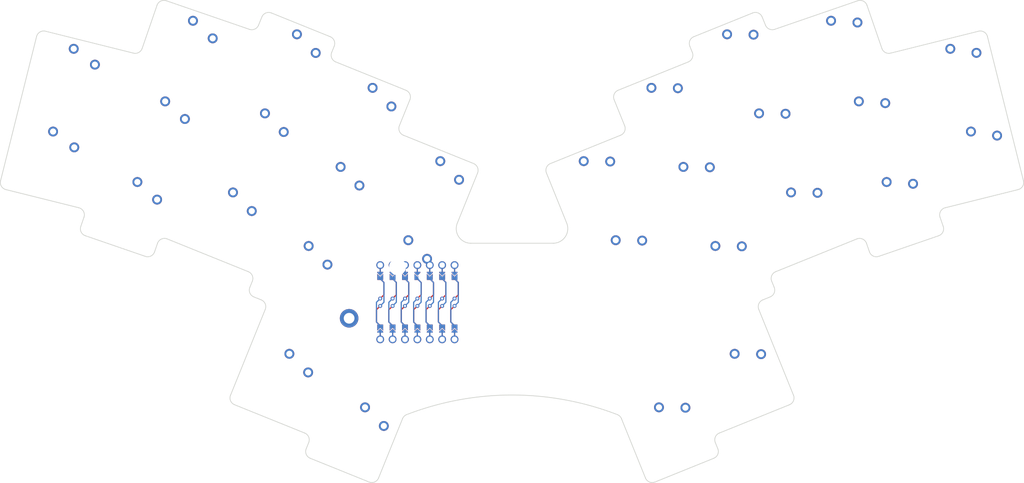
<source format=kicad_pcb>
(kicad_pcb (version 20171130) (host pcbnew 5.1.6)
  (title_block (title rufous) (rev 0.2) (company jcmkk3))
  (layers (0 F.Cu signal) (31 B.Cu signal) (34 B.Paste user) (35 F.Paste user) (36 B.SilkS user) (37 F.SilkS user) (38 B.Mask user) (39 F.Mask user) (44 Edge.Cuts user))
  (net 0 "")
  (net 1 "P2")
  (net 2 "P6")
  (net 3 "P0")
  (net 4 "P4")
  (net 5 "P3")
  (net 6 "P1")
  (net 7 "P5")
  (net 8 "P7")
  (net 9 "P8")
  (net 10 "P10")
  (net 11 "P9")
  (net 12 "VCC5")
  (net 13 "GND")
  (net 14 "VCC3")
  (net 15 "RST")
  (net 16 "RAW")
  (net 17 "NFC0")
  (net 18 "NFC1")
  (net 19 "CLK")
  (net 20 "DIO")
  (module PG1350 (layer F.Cu) (at 77.0710162 104.241587 -14)
    (fp_text reference "S1" hide)
    (fp_text value "" hide)
    (pad "" np_thru_hole circle (at 0 0) (size 3.429 3.429) (drill 3.429) (layers *.Cu *.Mask))
    (pad "" np_thru_hole circle (at 5.5 0) (size 1.7018 1.7018) (drill 1.7018) (layers *.Cu *.Mask))
    (pad "" np_thru_hole circle (at -5.5 0) (size 1.7018 1.7018) (drill 1.7018) (layers *.Cu *.Mask))
    (pad 1 thru_hole circle (at 5 -3.8) (size 2.032 2.032) (drill 1.27) (layers *.Cu *.Mask) (net 1 "P2"))
    (pad 2 thru_hole circle (at 0 -5.9) (size 2.032 2.032) (drill 1.27) (layers *.Cu *.Mask) (net 2 "P6"))
  )
  (module PG1350 (layer F.Cu) (at 81.3046494 87.2614118 -14)
    (fp_text reference "S2" hide)
    (fp_text value "" hide)
    (pad "" np_thru_hole circle (at 0 0) (size 3.429 3.429) (drill 3.429) (layers *.Cu *.Mask))
    (pad "" np_thru_hole circle (at 5.5 0) (size 1.7018 1.7018) (drill 1.7018) (layers *.Cu *.Mask))
    (pad "" np_thru_hole circle (at -5.5 0) (size 1.7018 1.7018) (drill 1.7018) (layers *.Cu *.Mask))
    (pad 1 thru_hole circle (at 5 -3.8) (size 2.032 2.032) (drill 1.27) (layers *.Cu *.Mask) (net 3 "P0"))
    (pad 2 thru_hole circle (at 0 -5.9) (size 2.032 2.032) (drill 1.27) (layers *.Cu *.Mask) (net 2 "P6"))
  )
  (module PG1350 (layer F.Cu) (at 93.8612149 114.4515319 -19)
    (fp_text reference "S3" hide)
    (fp_text value "" hide)
    (pad "" np_thru_hole circle (at 0 0) (size 3.429 3.429) (drill 3.429) (layers *.Cu *.Mask))
    (pad "" np_thru_hole circle (at 5.5 0) (size 1.7018 1.7018) (drill 1.7018) (layers *.Cu *.Mask))
    (pad "" np_thru_hole circle (at -5.5 0) (size 1.7018 1.7018) (drill 1.7018) (layers *.Cu *.Mask))
    (pad 1 thru_hole circle (at 5 -3.8) (size 2.032 2.032) (drill 1.27) (layers *.Cu *.Mask) (net 4 "P4"))
    (pad 2 thru_hole circle (at 0 -5.9) (size 2.032 2.032) (drill 1.27) (layers *.Cu *.Mask) (net 2 "P6"))
  )
  (module PG1350 (layer F.Cu) (at 99.5586576 97.9049568 -19)
    (fp_text reference "S4" hide)
    (fp_text value "" hide)
    (pad "" np_thru_hole circle (at 0 0) (size 3.429 3.429) (drill 3.429) (layers *.Cu *.Mask))
    (pad "" np_thru_hole circle (at 5.5 0) (size 1.7018 1.7018) (drill 1.7018) (layers *.Cu *.Mask))
    (pad "" np_thru_hole circle (at -5.5 0) (size 1.7018 1.7018) (drill 1.7018) (layers *.Cu *.Mask))
    (pad 1 thru_hole circle (at 5 -3.8) (size 2.032 2.032) (drill 1.27) (layers *.Cu *.Mask) (net 5 "P3"))
    (pad 2 thru_hole circle (at 0 -5.9) (size 2.032 2.032) (drill 1.27) (layers *.Cu *.Mask) (net 2 "P6"))
  )
  (module PG1350 (layer F.Cu) (at 105.2561003 81.3583817 -19)
    (fp_text reference "S5" hide)
    (fp_text value "" hide)
    (pad "" np_thru_hole circle (at 0 0) (size 3.429 3.429) (drill 3.429) (layers *.Cu *.Mask))
    (pad "" np_thru_hole circle (at 5.5 0) (size 1.7018 1.7018) (drill 1.7018) (layers *.Cu *.Mask))
    (pad "" np_thru_hole circle (at -5.5 0) (size 1.7018 1.7018) (drill 1.7018) (layers *.Cu *.Mask))
    (pad 1 thru_hole circle (at 5 -3.8) (size 2.032 2.032) (drill 1.27) (layers *.Cu *.Mask) (net 6 "P1"))
    (pad 2 thru_hole circle (at 0 -5.9) (size 2.032 2.032) (drill 1.27) (layers *.Cu *.Mask) (net 2 "P6"))
  )
  (module PG1350 (layer F.Cu) (at 113.1699768 116.4845767 -22)
    (fp_text reference "S6" hide)
    (fp_text value "" hide)
    (pad "" np_thru_hole circle (at 0 0) (size 3.429 3.429) (drill 3.429) (layers *.Cu *.Mask))
    (pad "" np_thru_hole circle (at 5.5 0) (size 1.7018 1.7018) (drill 1.7018) (layers *.Cu *.Mask))
    (pad "" np_thru_hole circle (at -5.5 0) (size 1.7018 1.7018) (drill 1.7018) (layers *.Cu *.Mask))
    (pad 1 thru_hole circle (at 5 -3.8) (size 2.032 2.032) (drill 1.27) (layers *.Cu *.Mask) (net 7 "P5"))
    (pad 2 thru_hole circle (at 0 -5.9) (size 2.032 2.032) (drill 1.27) (layers *.Cu *.Mask) (net 2 "P6"))
  )
  (module PG1350 (layer F.Cu) (at 119.7255922 100.2588592 -22)
    (fp_text reference "S7" hide)
    (fp_text value "" hide)
    (pad "" np_thru_hole circle (at 0 0) (size 3.429 3.429) (drill 3.429) (layers *.Cu *.Mask))
    (pad "" np_thru_hole circle (at 5.5 0) (size 1.7018 1.7018) (drill 1.7018) (layers *.Cu *.Mask))
    (pad "" np_thru_hole circle (at -5.5 0) (size 1.7018 1.7018) (drill 1.7018) (layers *.Cu *.Mask))
    (pad 1 thru_hole circle (at 5 -3.8) (size 2.032 2.032) (drill 1.27) (layers *.Cu *.Mask) (net 1 "P2"))
    (pad 2 thru_hole circle (at 0 -5.9) (size 2.032 2.032) (drill 1.27) (layers *.Cu *.Mask) (net 8 "P7"))
  )
  (module PG1350 (layer F.Cu) (at 126.2812076 84.0331418 -22)
    (fp_text reference "S8" hide)
    (fp_text value "" hide)
    (pad "" np_thru_hole circle (at 0 0) (size 3.429 3.429) (drill 3.429) (layers *.Cu *.Mask))
    (pad "" np_thru_hole circle (at 5.5 0) (size 1.7018 1.7018) (drill 1.7018) (layers *.Cu *.Mask))
    (pad "" np_thru_hole circle (at -5.5 0) (size 1.7018 1.7018) (drill 1.7018) (layers *.Cu *.Mask))
    (pad 1 thru_hole circle (at 5 -3.8) (size 2.032 2.032) (drill 1.27) (layers *.Cu *.Mask) (net 3 "P0"))
    (pad 2 thru_hole circle (at 0 -5.9) (size 2.032 2.032) (drill 1.27) (layers *.Cu *.Mask) (net 8 "P7"))
  )
  (module PG1350 (layer F.Cu) (at 128.6839742 127.4712281 -22)
    (fp_text reference "S9" hide)
    (fp_text value "" hide)
    (pad "" np_thru_hole circle (at 0 0) (size 3.429 3.429) (drill 3.429) (layers *.Cu *.Mask))
    (pad "" np_thru_hole circle (at 5.5 0) (size 1.7018 1.7018) (drill 1.7018) (layers *.Cu *.Mask))
    (pad "" np_thru_hole circle (at -5.5 0) (size 1.7018 1.7018) (drill 1.7018) (layers *.Cu *.Mask))
    (pad 1 thru_hole circle (at 5 -3.8) (size 2.032 2.032) (drill 1.27) (layers *.Cu *.Mask) (net 4 "P4"))
    (pad 2 thru_hole circle (at 0 -5.9) (size 2.032 2.032) (drill 1.27) (layers *.Cu *.Mask) (net 8 "P7"))
  )
  (module PG1350 (layer F.Cu) (at 135.2395897 111.2455107 -22)
    (fp_text reference "S10" hide)
    (fp_text value "" hide)
    (pad "" np_thru_hole circle (at 0 0) (size 3.429 3.429) (drill 3.429) (layers *.Cu *.Mask))
    (pad "" np_thru_hole circle (at 5.5 0) (size 1.7018 1.7018) (drill 1.7018) (layers *.Cu *.Mask))
    (pad "" np_thru_hole circle (at -5.5 0) (size 1.7018 1.7018) (drill 1.7018) (layers *.Cu *.Mask))
    (pad 1 thru_hole circle (at 5 -3.8) (size 2.032 2.032) (drill 1.27) (layers *.Cu *.Mask) (net 5 "P3"))
    (pad 2 thru_hole circle (at 0 -5.9) (size 2.032 2.032) (drill 1.27) (layers *.Cu *.Mask) (net 8 "P7"))
  )
  (module PG1350 (layer F.Cu) (at 141.7952051 95.0197932 -22)
    (fp_text reference "S11" hide)
    (fp_text value "" hide)
    (pad "" np_thru_hole circle (at 0 0) (size 3.429 3.429) (drill 3.429) (layers *.Cu *.Mask))
    (pad "" np_thru_hole circle (at 5.5 0) (size 1.7018 1.7018) (drill 1.7018) (layers *.Cu *.Mask))
    (pad "" np_thru_hole circle (at -5.5 0) (size 1.7018 1.7018) (drill 1.7018) (layers *.Cu *.Mask))
    (pad 1 thru_hole circle (at 5 -3.8) (size 2.032 2.032) (drill 1.27) (layers *.Cu *.Mask) (net 6 "P1"))
    (pad 2 thru_hole circle (at 0 -5.9) (size 2.032 2.032) (drill 1.27) (layers *.Cu *.Mask) (net 8 "P7"))
  )
  (module PG1350 (layer F.Cu) (at 149.1146833 126.2885913 -22)
    (fp_text reference "S12" hide)
    (fp_text value "" hide)
    (pad "" np_thru_hole circle (at 0 0) (size 3.429 3.429) (drill 3.429) (layers *.Cu *.Mask))
    (pad "" np_thru_hole circle (at 5.5 0) (size 1.7018 1.7018) (drill 1.7018) (layers *.Cu *.Mask))
    (pad "" np_thru_hole circle (at -5.5 0) (size 1.7018 1.7018) (drill 1.7018) (layers *.Cu *.Mask))
    (pad 1 thru_hole circle (at 5 -3.8) (size 2.032 2.032) (drill 1.27) (layers *.Cu *.Mask) (net 1 "P2"))
    (pad 2 thru_hole circle (at 0 -5.9) (size 2.032 2.032) (drill 1.27) (layers *.Cu *.Mask) (net 9 "P8"))
  )
  (module PG1350 (layer F.Cu) (at 155.6702987 110.0628739 -22)
    (fp_text reference "S13" hide)
    (fp_text value "" hide)
    (pad "" np_thru_hole circle (at 0 0) (size 3.429 3.429) (drill 3.429) (layers *.Cu *.Mask))
    (pad "" np_thru_hole circle (at 5.5 0) (size 1.7018 1.7018) (drill 1.7018) (layers *.Cu *.Mask))
    (pad "" np_thru_hole circle (at -5.5 0) (size 1.7018 1.7018) (drill 1.7018) (layers *.Cu *.Mask))
    (pad 1 thru_hole circle (at 5 -3.8) (size 2.032 2.032) (drill 1.27) (layers *.Cu *.Mask) (net 3 "P0"))
    (pad 2 thru_hole circle (at 0 -5.9) (size 2.032 2.032) (drill 1.27) (layers *.Cu *.Mask) (net 9 "P8"))
  )
  (module PG1350 (layer F.Cu) (at 268.0982283999999 104.241587 14)
    (fp_text reference "S14" hide)
    (fp_text value "" hide)
    (pad "" np_thru_hole circle (at 0 0) (size 3.429 3.429) (drill 3.429) (layers *.Cu *.Mask))
    (pad "" np_thru_hole circle (at 5.5 0) (size 1.7018 1.7018) (drill 1.7018) (layers *.Cu *.Mask))
    (pad "" np_thru_hole circle (at -5.5 0) (size 1.7018 1.7018) (drill 1.7018) (layers *.Cu *.Mask))
    (pad 1 thru_hole circle (at 5 -3.8) (size 2.032 2.032) (drill 1.27) (layers *.Cu *.Mask) (net 5 "P3"))
    (pad 2 thru_hole circle (at 0 -5.9) (size 2.032 2.032) (drill 1.27) (layers *.Cu *.Mask) (net 10 "P10"))
  )
  (module PG1350 (layer F.Cu) (at 263.86459519999994 87.2614118 14)
    (fp_text reference "S15" hide)
    (fp_text value "" hide)
    (pad "" np_thru_hole circle (at 0 0) (size 3.429 3.429) (drill 3.429) (layers *.Cu *.Mask))
    (pad "" np_thru_hole circle (at 5.5 0) (size 1.7018 1.7018) (drill 1.7018) (layers *.Cu *.Mask))
    (pad "" np_thru_hole circle (at -5.5 0) (size 1.7018 1.7018) (drill 1.7018) (layers *.Cu *.Mask))
    (pad 1 thru_hole circle (at 5 -3.8) (size 2.032 2.032) (drill 1.27) (layers *.Cu *.Mask) (net 6 "P1"))
    (pad 2 thru_hole circle (at 0 -5.9) (size 2.032 2.032) (drill 1.27) (layers *.Cu *.Mask) (net 10 "P10"))
  )
  (module PG1350 (layer F.Cu) (at 251.30802969999996 114.4515319 19)
    (fp_text reference "S16" hide)
    (fp_text value "" hide)
    (pad "" np_thru_hole circle (at 0 0) (size 3.429 3.429) (drill 3.429) (layers *.Cu *.Mask))
    (pad "" np_thru_hole circle (at 5.5 0) (size 1.7018 1.7018) (drill 1.7018) (layers *.Cu *.Mask))
    (pad "" np_thru_hole circle (at -5.5 0) (size 1.7018 1.7018) (drill 1.7018) (layers *.Cu *.Mask))
    (pad 1 thru_hole circle (at 5 -3.8) (size 2.032 2.032) (drill 1.27) (layers *.Cu *.Mask) (net 7 "P5"))
    (pad 2 thru_hole circle (at 0 -5.9) (size 2.032 2.032) (drill 1.27) (layers *.Cu *.Mask) (net 11 "P9"))
  )
  (module PG1350 (layer F.Cu) (at 245.61058699999995 97.9049568 19)
    (fp_text reference "S17" hide)
    (fp_text value "" hide)
    (pad "" np_thru_hole circle (at 0 0) (size 3.429 3.429) (drill 3.429) (layers *.Cu *.Mask))
    (pad "" np_thru_hole circle (at 5.5 0) (size 1.7018 1.7018) (drill 1.7018) (layers *.Cu *.Mask))
    (pad "" np_thru_hole circle (at -5.5 0) (size 1.7018 1.7018) (drill 1.7018) (layers *.Cu *.Mask))
    (pad 1 thru_hole circle (at 5 -3.8) (size 2.032 2.032) (drill 1.27) (layers *.Cu *.Mask) (net 1 "P2"))
    (pad 2 thru_hole circle (at 0 -5.9) (size 2.032 2.032) (drill 1.27) (layers *.Cu *.Mask) (net 10 "P10"))
  )
  (module PG1350 (layer F.Cu) (at 239.91314429999994 81.3583817 19)
    (fp_text reference "S18" hide)
    (fp_text value "" hide)
    (pad "" np_thru_hole circle (at 0 0) (size 3.429 3.429) (drill 3.429) (layers *.Cu *.Mask))
    (pad "" np_thru_hole circle (at 5.5 0) (size 1.7018 1.7018) (drill 1.7018) (layers *.Cu *.Mask))
    (pad "" np_thru_hole circle (at -5.5 0) (size 1.7018 1.7018) (drill 1.7018) (layers *.Cu *.Mask))
    (pad 1 thru_hole circle (at 5 -3.8) (size 2.032 2.032) (drill 1.27) (layers *.Cu *.Mask) (net 3 "P0"))
    (pad 2 thru_hole circle (at 0 -5.9) (size 2.032 2.032) (drill 1.27) (layers *.Cu *.Mask) (net 10 "P10"))
  )
  (module PG1350 (layer F.Cu) (at 231.99926779999996 116.4845767 22)
    (fp_text reference "S19" hide)
    (fp_text value "" hide)
    (pad "" np_thru_hole circle (at 0 0) (size 3.429 3.429) (drill 3.429) (layers *.Cu *.Mask))
    (pad "" np_thru_hole circle (at 5.5 0) (size 1.7018 1.7018) (drill 1.7018) (layers *.Cu *.Mask))
    (pad "" np_thru_hole circle (at -5.5 0) (size 1.7018 1.7018) (drill 1.7018) (layers *.Cu *.Mask))
    (pad 1 thru_hole circle (at 5 -3.8) (size 2.032 2.032) (drill 1.27) (layers *.Cu *.Mask) (net 4 "P4"))
    (pad 2 thru_hole circle (at 0 -5.9) (size 2.032 2.032) (drill 1.27) (layers *.Cu *.Mask) (net 11 "P9"))
  )
  (module PG1350 (layer F.Cu) (at 225.44365239999996 100.2588592 22)
    (fp_text reference "S20" hide)
    (fp_text value "" hide)
    (pad "" np_thru_hole circle (at 0 0) (size 3.429 3.429) (drill 3.429) (layers *.Cu *.Mask))
    (pad "" np_thru_hole circle (at 5.5 0) (size 1.7018 1.7018) (drill 1.7018) (layers *.Cu *.Mask))
    (pad "" np_thru_hole circle (at -5.5 0) (size 1.7018 1.7018) (drill 1.7018) (layers *.Cu *.Mask))
    (pad 1 thru_hole circle (at 5 -3.8) (size 2.032 2.032) (drill 1.27) (layers *.Cu *.Mask) (net 5 "P3"))
    (pad 2 thru_hole circle (at 0 -5.9) (size 2.032 2.032) (drill 1.27) (layers *.Cu *.Mask) (net 11 "P9"))
  )
  (module PG1350 (layer F.Cu) (at 218.88803699999994 84.0331418 22)
    (fp_text reference "S21" hide)
    (fp_text value "" hide)
    (pad "" np_thru_hole circle (at 0 0) (size 3.429 3.429) (drill 3.429) (layers *.Cu *.Mask))
    (pad "" np_thru_hole circle (at 5.5 0) (size 1.7018 1.7018) (drill 1.7018) (layers *.Cu *.Mask))
    (pad "" np_thru_hole circle (at -5.5 0) (size 1.7018 1.7018) (drill 1.7018) (layers *.Cu *.Mask))
    (pad 1 thru_hole circle (at 5 -3.8) (size 2.032 2.032) (drill 1.27) (layers *.Cu *.Mask) (net 6 "P1"))
    (pad 2 thru_hole circle (at 0 -5.9) (size 2.032 2.032) (drill 1.27) (layers *.Cu *.Mask) (net 11 "P9"))
  )
  (module PG1350 (layer F.Cu) (at 216.48527039999996 127.4712281 22)
    (fp_text reference "S22" hide)
    (fp_text value "" hide)
    (pad "" np_thru_hole circle (at 0 0) (size 3.429 3.429) (drill 3.429) (layers *.Cu *.Mask))
    (pad "" np_thru_hole circle (at 5.5 0) (size 1.7018 1.7018) (drill 1.7018) (layers *.Cu *.Mask))
    (pad "" np_thru_hole circle (at -5.5 0) (size 1.7018 1.7018) (drill 1.7018) (layers *.Cu *.Mask))
    (pad 1 thru_hole circle (at 5 -3.8) (size 2.032 2.032) (drill 1.27) (layers *.Cu *.Mask) (net 7 "P5"))
    (pad 2 thru_hole circle (at 0 -5.9) (size 2.032 2.032) (drill 1.27) (layers *.Cu *.Mask) (net 9 "P8"))
  )
  (module PG1350 (layer F.Cu) (at 209.92965489999995 111.2455107 22)
    (fp_text reference "S23" hide)
    (fp_text value "" hide)
    (pad "" np_thru_hole circle (at 0 0) (size 3.429 3.429) (drill 3.429) (layers *.Cu *.Mask))
    (pad "" np_thru_hole circle (at 5.5 0) (size 1.7018 1.7018) (drill 1.7018) (layers *.Cu *.Mask))
    (pad "" np_thru_hole circle (at -5.5 0) (size 1.7018 1.7018) (drill 1.7018) (layers *.Cu *.Mask))
    (pad 1 thru_hole circle (at 5 -3.8) (size 2.032 2.032) (drill 1.27) (layers *.Cu *.Mask) (net 1 "P2"))
    (pad 2 thru_hole circle (at 0 -5.9) (size 2.032 2.032) (drill 1.27) (layers *.Cu *.Mask) (net 11 "P9"))
  )
  (module PG1350 (layer F.Cu) (at 203.37403949999995 95.0197932 22)
    (fp_text reference "S24" hide)
    (fp_text value "" hide)
    (pad "" np_thru_hole circle (at 0 0) (size 3.429 3.429) (drill 3.429) (layers *.Cu *.Mask))
    (pad "" np_thru_hole circle (at 5.5 0) (size 1.7018 1.7018) (drill 1.7018) (layers *.Cu *.Mask))
    (pad "" np_thru_hole circle (at -5.5 0) (size 1.7018 1.7018) (drill 1.7018) (layers *.Cu *.Mask))
    (pad 1 thru_hole circle (at 5 -3.8) (size 2.032 2.032) (drill 1.27) (layers *.Cu *.Mask) (net 3 "P0"))
    (pad 2 thru_hole circle (at 0 -5.9) (size 2.032 2.032) (drill 1.27) (layers *.Cu *.Mask) (net 11 "P9"))
  )
  (module PG1350 (layer F.Cu) (at 196.05456129999996 126.2885913 22)
    (fp_text reference "S25" hide)
    (fp_text value "" hide)
    (pad "" np_thru_hole circle (at 0 0) (size 3.429 3.429) (drill 3.429) (layers *.Cu *.Mask))
    (pad "" np_thru_hole circle (at 5.5 0) (size 1.7018 1.7018) (drill 1.7018) (layers *.Cu *.Mask))
    (pad "" np_thru_hole circle (at -5.5 0) (size 1.7018 1.7018) (drill 1.7018) (layers *.Cu *.Mask))
    (pad 1 thru_hole circle (at 5 -3.8) (size 2.032 2.032) (drill 1.27) (layers *.Cu *.Mask) (net 5 "P3"))
    (pad 2 thru_hole circle (at 0 -5.9) (size 2.032 2.032) (drill 1.27) (layers *.Cu *.Mask) (net 9 "P8"))
  )
  (module PG1350 (layer F.Cu) (at 189.49894589999997 110.0628739 22)
    (fp_text reference "S26" hide)
    (fp_text value "" hide)
    (pad "" np_thru_hole circle (at 0 0) (size 3.429 3.429) (drill 3.429) (layers *.Cu *.Mask))
    (pad "" np_thru_hole circle (at 5.5 0) (size 1.7018 1.7018) (drill 1.7018) (layers *.Cu *.Mask))
    (pad "" np_thru_hole circle (at -5.5 0) (size 1.7018 1.7018) (drill 1.7018) (layers *.Cu *.Mask))
    (pad 1 thru_hole circle (at 5 -3.8) (size 2.032 2.032) (drill 1.27) (layers *.Cu *.Mask) (net 6 "P1"))
    (pad 2 thru_hole circle (at 0 -5.9) (size 2.032 2.032) (drill 1.27) (layers *.Cu *.Mask) (net 9 "P8"))
  )
  (module PG1350 (layer F.Cu) (at 124.73085449999999 149.60182840000002 -22)
    (fp_text reference "S27" hide)
    (fp_text value "" hide)
    (pad "" np_thru_hole circle (at 0 0) (size 3.429 3.429) (drill 3.429) (layers *.Cu *.Mask))
    (pad "" np_thru_hole circle (at 5.5 0) (size 1.7018 1.7018) (drill 1.7018) (layers *.Cu *.Mask))
    (pad "" np_thru_hole circle (at -5.5 0) (size 1.7018 1.7018) (drill 1.7018) (layers *.Cu *.Mask))
    (pad 1 thru_hole circle (at 5 -3.8) (size 2.032 2.032) (drill 1.27) (layers *.Cu *.Mask) (net 7 "P5"))
    (pad 2 thru_hole circle (at 0 -5.9) (size 2.032 2.032) (drill 1.27) (layers *.Cu *.Mask) (net 8 "P7"))
  )
  (module PG1350 (layer F.Cu) (at 140.24485199999998 160.58847970000002 -22)
    (fp_text reference "S28" hide)
    (fp_text value "" hide)
    (pad "" np_thru_hole circle (at 0 0) (size 3.429 3.429) (drill 3.429) (layers *.Cu *.Mask))
    (pad "" np_thru_hole circle (at 5.5 0) (size 1.7018 1.7018) (drill 1.7018) (layers *.Cu *.Mask))
    (pad "" np_thru_hole circle (at -5.5 0) (size 1.7018 1.7018) (drill 1.7018) (layers *.Cu *.Mask))
    (pad 1 thru_hole circle (at 5 -3.8) (size 2.032 2.032) (drill 1.27) (layers *.Cu *.Mask) (net 4 "P4"))
    (pad 2 thru_hole circle (at 0 -5.9) (size 2.032 2.032) (drill 1.27) (layers *.Cu *.Mask) (net 9 "P8"))
  )
  (module PG1350 (layer F.Cu) (at 220.43839009999996 149.60182840000002 22)
    (fp_text reference "S29" hide)
    (fp_text value "" hide)
    (pad "" np_thru_hole circle (at 0 0) (size 3.429 3.429) (drill 3.429) (layers *.Cu *.Mask))
    (pad "" np_thru_hole circle (at 5.5 0) (size 1.7018 1.7018) (drill 1.7018) (layers *.Cu *.Mask))
    (pad "" np_thru_hole circle (at -5.5 0) (size 1.7018 1.7018) (drill 1.7018) (layers *.Cu *.Mask))
    (pad 1 thru_hole circle (at 5 -3.8) (size 2.032 2.032) (drill 1.27) (layers *.Cu *.Mask) (net 4 "P4"))
    (pad 2 thru_hole circle (at 0 -5.9) (size 2.032 2.032) (drill 1.27) (layers *.Cu *.Mask) (net 10 "P10"))
  )
  (module PG1350 (layer F.Cu) (at 204.92439259999998 160.58847970000002 22)
    (fp_text reference "S30" hide)
    (fp_text value "" hide)
    (pad "" np_thru_hole circle (at 0 0) (size 3.429 3.429) (drill 3.429) (layers *.Cu *.Mask))
    (pad "" np_thru_hole circle (at 5.5 0) (size 1.7018 1.7018) (drill 1.7018) (layers *.Cu *.Mask))
    (pad "" np_thru_hole circle (at -5.5 0) (size 1.7018 1.7018) (drill 1.7018) (layers *.Cu *.Mask))
    (pad 1 thru_hole circle (at 5 -3.8) (size 2.032 2.032) (drill 1.27) (layers *.Cu *.Mask) (net 7 "P5"))
    (pad 2 thru_hole circle (at 0 -5.9) (size 2.032 2.032) (drill 1.27) (layers *.Cu *.Mask) (net 10 "P10"))
  )
  (footprint "xiao-ble" (layer "F.Cu") (at 163.68462229999997 142.4378739 0)
    (fp_text reference "xiao-ble1" hide)
    (fp_text value "ProMicro" hide)
    (pad "" thru_hole circle (at -18.12 -16.51 0) (size 1.6 1.6) (drill 1.1) (layers "*.Cu" "*.Mask"))
    (pad "" smd custom (at -18.12 -15.24 0) (size 0.25 1) (layers "F.Cu") (options (clearance outline) (anchor rect)) (primitives))
    (pad "" smd custom (at -18.12 -15.24 0) (size 0.25 1) (layers "B.Cu") (options (clearance outline) (anchor rect)) (primitives))
    (pad "" smd custom (at -18.12 -14.732 0) (size 0.1 0.1) (layers "F.Cu" "F.Mask") (clearance 0.1) (options (clearance outline) (anchor rect)) (primitives (gr_poly (pts (xy 0.6 -0.4) (xy -0.6 -0.4) (xy -0.6 -0.2) (xy 0 0.4) (xy 0.6 -0.2)) (width 0) (fill yes))))
    (pad "" smd custom (at -18.12 -14.732 0) (size 0.1 0.1) (layers "B.Cu" "B.Mask") (clearance 0.1) (options (clearance outline) (anchor rect)) (primitives (gr_poly (pts (xy 0.6 -0.4) (xy -0.6 -0.4) (xy -0.6 -0.2) (xy 0 0.4) (xy 0.6 -0.2)) (width 0) (fill yes))))
    (pad "" smd custom (at -18.12 -3.048 180) (size 0.1 0.1) (layers "F.Cu" "F.Mask") (clearance 0.1) (options (clearance outline) (anchor rect)) (primitives (gr_poly (pts (xy 0.6 -0.4) (xy -0.6 -0.4) (xy -0.6 -0.2) (xy 0 0.4) (xy 0.6 -0.2)) (width 0) (fill yes))))
    (pad "" smd custom (at -18.12 -3.048 180) (size 0.1 0.1) (layers "B.Cu" "B.Mask") (clearance 0.1) (options (clearance outline) (anchor rect)) (primitives (gr_poly (pts (xy 0.6 -0.4) (xy -0.6 -0.4) (xy -0.6 -0.2) (xy 0 0.4) (xy 0.6 -0.2)) (width 0) (fill yes))))
    (pad "" smd custom (at -18.12 -2.54 180) (size 0.25 1) (layers "F.Cu") (options (clearance outline) (anchor rect)) (primitives))
    (pad "" smd custom (at -18.12 -2.54 180) (size 0.25 1) (layers "B.Cu") (options (clearance outline) (anchor rect)) (primitives))
    (pad "" thru_hole circle (at -18.12 -1.27 0) (size 1.6 1.6) (drill 1.1) (layers "*.Cu" "*.Mask"))
    (pad "" thru_hole circle (at -15.58 -16.51 0) (size 1.6 1.6) (drill 1.1) (layers "*.Cu" "*.Mask"))
    (pad "" smd custom (at -15.58 -15.24 0) (size 0.25 1) (layers "F.Cu") (options (clearance outline) (anchor rect)) (primitives))
    (pad "" smd custom (at -15.58 -15.24 0) (size 0.25 1) (layers "B.Cu") (options (clearance outline) (anchor rect)) (primitives))
    (pad "" smd custom (at -15.58 -14.732 0) (size 0.1 0.1) (layers "F.Cu" "F.Mask") (clearance 0.1) (options (clearance outline) (anchor rect)) (primitives (gr_poly (pts (xy 0.6 -0.4) (xy -0.6 -0.4) (xy -0.6 -0.2) (xy 0 0.4) (xy 0.6 -0.2)) (width 0) (fill yes))))
    (pad "" smd custom (at -15.58 -14.732 0) (size 0.1 0.1) (layers "B.Cu" "B.Mask") (clearance 0.1) (options (clearance outline) (anchor rect)) (primitives (gr_poly (pts (xy 0.6 -0.4) (xy -0.6 -0.4) (xy -0.6 -0.2) (xy 0 0.4) (xy 0.6 -0.2)) (width 0) (fill yes))))
    (pad "" smd custom (at -15.58 -3.048 180) (size 0.1 0.1) (layers "F.Cu" "F.Mask") (clearance 0.1) (options (clearance outline) (anchor rect)) (primitives (gr_poly (pts (xy 0.6 -0.4) (xy -0.6 -0.4) (xy -0.6 -0.2) (xy 0 0.4) (xy 0.6 -0.2)) (width 0) (fill yes))))
    (pad "" smd custom (at -15.58 -3.048 180) (size 0.1 0.1) (layers "B.Cu" "B.Mask") (clearance 0.1) (options (clearance outline) (anchor rect)) (primitives (gr_poly (pts (xy 0.6 -0.4) (xy -0.6 -0.4) (xy -0.6 -0.2) (xy 0 0.4) (xy 0.6 -0.2)) (width 0) (fill yes))))
    (pad "" smd custom (at -15.58 -2.54 180) (size 0.25 1) (layers "F.Cu") (options (clearance outline) (anchor rect)) (primitives))
    (pad "" smd custom (at -15.58 -2.54 180) (size 0.25 1) (layers "B.Cu") (options (clearance outline) (anchor rect)) (primitives))
    (pad "" thru_hole circle (at -15.58 -1.27 0) (size 1.6 1.6) (drill 1.1) (layers "*.Cu" "*.Mask"))
    (pad "" thru_hole circle (at -13.04 -16.51 0) (size 1.6 1.6) (drill 1.1) (layers "*.Cu" "*.Mask"))
    (pad "" smd custom (at -13.04 -15.24 0) (size 0.25 1) (layers "F.Cu") (options (clearance outline) (anchor rect)) (primitives))
    (pad "" smd custom (at -13.04 -15.24 0) (size 0.25 1) (layers "B.Cu") (options (clearance outline) (anchor rect)) (primitives))
    (pad "" smd custom (at -13.04 -14.732 0) (size 0.1 0.1) (layers "F.Cu" "F.Mask") (clearance 0.1) (options (clearance outline) (anchor rect)) (primitives (gr_poly (pts (xy 0.6 -0.4) (xy -0.6 -0.4) (xy -0.6 -0.2) (xy 0 0.4) (xy 0.6 -0.2)) (width 0) (fill yes))))
    (pad "" smd custom (at -13.04 -14.732 0) (size 0.1 0.1) (layers "B.Cu" "B.Mask") (clearance 0.1) (options (clearance outline) (anchor rect)) (primitives (gr_poly (pts (xy 0.6 -0.4) (xy -0.6 -0.4) (xy -0.6 -0.2) (xy 0 0.4) (xy 0.6 -0.2)) (width 0) (fill yes))))
    (pad "" smd custom (at -13.04 -3.048 180) (size 0.1 0.1) (layers "F.Cu" "F.Mask") (clearance 0.1) (options (clearance outline) (anchor rect)) (primitives (gr_poly (pts (xy 0.6 -0.4) (xy -0.6 -0.4) (xy -0.6 -0.2) (xy 0 0.4) (xy 0.6 -0.2)) (width 0) (fill yes))))
    (pad "" smd custom (at -13.04 -3.048 180) (size 0.1 0.1) (layers "B.Cu" "B.Mask") (clearance 0.1) (options (clearance outline) (anchor rect)) (primitives (gr_poly (pts (xy 0.6 -0.4) (xy -0.6 -0.4) (xy -0.6 -0.2) (xy 0 0.4) (xy 0.6 -0.2)) (width 0) (fill yes))))
    (pad "" smd custom (at -13.04 -2.54 180) (size 0.25 1) (layers "F.Cu") (options (clearance outline) (anchor rect)) (primitives))
    (pad "" smd custom (at -13.04 -2.54 180) (size 0.25 1) (layers "B.Cu") (options (clearance outline) (anchor rect)) (primitives))
    (pad "" thru_hole circle (at -13.04 -1.27 0) (size 1.6 1.6) (drill 1.1) (layers "*.Cu" "*.Mask"))
    (pad "" thru_hole circle (at -10.5 -16.51 0) (size 1.6 1.6) (drill 1.1) (layers "*.Cu" "*.Mask"))
    (pad "" smd custom (at -10.5 -15.24 0) (size 0.25 1) (layers "F.Cu") (options (clearance outline) (anchor rect)) (primitives))
    (pad "" smd custom (at -10.5 -15.24 0) (size 0.25 1) (layers "B.Cu") (options (clearance outline) (anchor rect)) (primitives))
    (pad "" smd custom (at -10.5 -14.732 0) (size 0.1 0.1) (layers "F.Cu" "F.Mask") (clearance 0.1) (options (clearance outline) (anchor rect)) (primitives (gr_poly (pts (xy 0.6 -0.4) (xy -0.6 -0.4) (xy -0.6 -0.2) (xy 0 0.4) (xy 0.6 -0.2)) (width 0) (fill yes))))
    (pad "" smd custom (at -10.5 -14.732 0) (size 0.1 0.1) (layers "B.Cu" "B.Mask") (clearance 0.1) (options (clearance outline) (anchor rect)) (primitives (gr_poly (pts (xy 0.6 -0.4) (xy -0.6 -0.4) (xy -0.6 -0.2) (xy 0 0.4) (xy 0.6 -0.2)) (width 0) (fill yes))))
    (pad "" smd custom (at -10.5 -3.048 180) (size 0.1 0.1) (layers "F.Cu" "F.Mask") (clearance 0.1) (options (clearance outline) (anchor rect)) (primitives (gr_poly (pts (xy 0.6 -0.4) (xy -0.6 -0.4) (xy -0.6 -0.2) (xy 0 0.4) (xy 0.6 -0.2)) (width 0) (fill yes))))
    (pad "" smd custom (at -10.5 -3.048 180) (size 0.1 0.1) (layers "B.Cu" "B.Mask") (clearance 0.1) (options (clearance outline) (anchor rect)) (primitives (gr_poly (pts (xy 0.6 -0.4) (xy -0.6 -0.4) (xy -0.6 -0.2) (xy 0 0.4) (xy 0.6 -0.2)) (width 0) (fill yes))))
    (pad "" smd custom (at -10.5 -2.54 180) (size 0.25 1) (layers "F.Cu") (options (clearance outline) (anchor rect)) (primitives))
    (pad "" smd custom (at -10.5 -2.54 180) (size 0.25 1) (layers "B.Cu") (options (clearance outline) (anchor rect)) (primitives))
    (pad "" thru_hole circle (at -10.5 -1.27 0) (size 1.6 1.6) (drill 1.1) (layers "*.Cu" "*.Mask"))
    (pad "" thru_hole circle (at -7.96 -16.51 0) (size 1.6 1.6) (drill 1.1) (layers "*.Cu" "*.Mask"))
    (pad "" smd custom (at -7.96 -15.24 0) (size 0.25 1) (layers "F.Cu") (options (clearance outline) (anchor rect)) (primitives))
    (pad "" smd custom (at -7.96 -15.24 0) (size 0.25 1) (layers "B.Cu") (options (clearance outline) (anchor rect)) (primitives))
    (pad "" smd custom (at -7.96 -14.732 0) (size 0.1 0.1) (layers "F.Cu" "F.Mask") (clearance 0.1) (options (clearance outline) (anchor rect)) (primitives (gr_poly (pts (xy 0.6 -0.4) (xy -0.6 -0.4) (xy -0.6 -0.2) (xy 0 0.4) (xy 0.6 -0.2)) (width 0) (fill yes))))
    (pad "" smd custom (at -7.96 -14.732 0) (size 0.1 0.1) (layers "B.Cu" "B.Mask") (clearance 0.1) (options (clearance outline) (anchor rect)) (primitives (gr_poly (pts (xy 0.6 -0.4) (xy -0.6 -0.4) (xy -0.6 -0.2) (xy 0 0.4) (xy 0.6 -0.2)) (width 0) (fill yes))))
    (pad "" smd custom (at -7.96 -3.048 180) (size 0.1 0.1) (layers "F.Cu" "F.Mask") (clearance 0.1) (options (clearance outline) (anchor rect)) (primitives (gr_poly (pts (xy 0.6 -0.4) (xy -0.6 -0.4) (xy -0.6 -0.2) (xy 0 0.4) (xy 0.6 -0.2)) (width 0) (fill yes))))
    (pad "" smd custom (at -7.96 -3.048 180) (size 0.1 0.1) (layers "B.Cu" "B.Mask") (clearance 0.1) (options (clearance outline) (anchor rect)) (primitives (gr_poly (pts (xy 0.6 -0.4) (xy -0.6 -0.4) (xy -0.6 -0.2) (xy 0 0.4) (xy 0.6 -0.2)) (width 0) (fill yes))))
    (pad "" smd custom (at -7.96 -2.54 180) (size 0.25 1) (layers "F.Cu") (options (clearance outline) (anchor rect)) (primitives))
    (pad "" smd custom (at -7.96 -2.54 180) (size 0.25 1) (layers "B.Cu") (options (clearance outline) (anchor rect)) (primitives))
    (pad "" thru_hole circle (at -7.96 -1.27 0) (size 1.6 1.6) (drill 1.1) (layers "*.Cu" "*.Mask"))
    (pad "" thru_hole circle (at -5.42 -16.51 0) (size 1.6 1.6) (drill 1.1) (layers "*.Cu" "*.Mask"))
    (pad "" smd custom (at -5.42 -15.24 0) (size 0.25 1) (layers "F.Cu") (options (clearance outline) (anchor rect)) (primitives))
    (pad "" smd custom (at -5.42 -15.24 0) (size 0.25 1) (layers "B.Cu") (options (clearance outline) (anchor rect)) (primitives))
    (pad "" smd custom (at -5.42 -14.732 0) (size 0.1 0.1) (layers "F.Cu" "F.Mask") (clearance 0.1) (options (clearance outline) (anchor rect)) (primitives (gr_poly (pts (xy 0.6 -0.4) (xy -0.6 -0.4) (xy -0.6 -0.2) (xy 0 0.4) (xy 0.6 -0.2)) (width 0) (fill yes))))
    (pad "" smd custom (at -5.42 -14.732 0) (size 0.1 0.1) (layers "B.Cu" "B.Mask") (clearance 0.1) (options (clearance outline) (anchor rect)) (primitives (gr_poly (pts (xy 0.6 -0.4) (xy -0.6 -0.4) (xy -0.6 -0.2) (xy 0 0.4) (xy 0.6 -0.2)) (width 0) (fill yes))))
    (pad "" smd custom (at -5.42 -3.048 180) (size 0.1 0.1) (layers "F.Cu" "F.Mask") (clearance 0.1) (options (clearance outline) (anchor rect)) (primitives (gr_poly (pts (xy 0.6 -0.4) (xy -0.6 -0.4) (xy -0.6 -0.2) (xy 0 0.4) (xy 0.6 -0.2)) (width 0) (fill yes))))
    (pad "" smd custom (at -5.42 -3.048 180) (size 0.1 0.1) (layers "B.Cu" "B.Mask") (clearance 0.1) (options (clearance outline) (anchor rect)) (primitives (gr_poly (pts (xy 0.6 -0.4) (xy -0.6 -0.4) (xy -0.6 -0.2) (xy 0 0.4) (xy 0.6 -0.2)) (width 0) (fill yes))))
    (pad "" smd custom (at -5.42 -2.54 180) (size 0.25 1) (layers "F.Cu") (options (clearance outline) (anchor rect)) (primitives))
    (pad "" smd custom (at -5.42 -2.54 180) (size 0.25 1) (layers "B.Cu") (options (clearance outline) (anchor rect)) (primitives))
    (pad "" thru_hole circle (at -5.42 -1.27 0) (size 1.6 1.6) (drill 1.1) (layers "*.Cu" "*.Mask"))
    (pad "" thru_hole circle (at -2.88 -16.51 0) (size 1.6 1.6) (drill 1.1) (layers "*.Cu" "*.Mask"))
    (pad "" smd custom (at -2.88 -15.24 0) (size 0.25 1) (layers "F.Cu") (options (clearance outline) (anchor rect)) (primitives))
    (pad "" smd custom (at -2.88 -15.24 0) (size 0.25 1) (layers "B.Cu") (options (clearance outline) (anchor rect)) (primitives))
    (pad "" smd custom (at -2.88 -14.732 0) (size 0.1 0.1) (layers "F.Cu" "F.Mask") (clearance 0.1) (options (clearance outline) (anchor rect)) (primitives (gr_poly (pts (xy 0.6 -0.4) (xy -0.6 -0.4) (xy -0.6 -0.2) (xy 0 0.4) (xy 0.6 -0.2)) (width 0) (fill yes))))
    (pad "" smd custom (at -2.88 -14.732 0) (size 0.1 0.1) (layers "B.Cu" "B.Mask") (clearance 0.1) (options (clearance outline) (anchor rect)) (primitives (gr_poly (pts (xy 0.6 -0.4) (xy -0.6 -0.4) (xy -0.6 -0.2) (xy 0 0.4) (xy 0.6 -0.2)) (width 0) (fill yes))))
    (pad "" smd custom (at -2.88 -3.048 180) (size 0.1 0.1) (layers "F.Cu" "F.Mask") (clearance 0.1) (options (clearance outline) (anchor rect)) (primitives (gr_poly (pts (xy 0.6 -0.4) (xy -0.6 -0.4) (xy -0.6 -0.2) (xy 0 0.4) (xy 0.6 -0.2)) (width 0) (fill yes))))
    (pad "" smd custom (at -2.88 -3.048 180) (size 0.1 0.1) (layers "B.Cu" "B.Mask") (clearance 0.1) (options (clearance outline) (anchor rect)) (primitives (gr_poly (pts (xy 0.6 -0.4) (xy -0.6 -0.4) (xy -0.6 -0.2) (xy 0 0.4) (xy 0.6 -0.2)) (width 0) (fill yes))))
    (pad "" smd custom (at -2.88 -2.54 180) (size 0.25 1) (layers "F.Cu") (options (clearance outline) (anchor rect)) (primitives))
    (pad "" smd custom (at -2.88 -2.54 180) (size 0.25 1) (layers "B.Cu") (options (clearance outline) (anchor rect)) (primitives))
    (pad "" thru_hole circle (at -2.88 -1.27 0) (size 1.6 1.6) (drill 1.1) (layers "*.Cu" "*.Mask"))
    (pad "1" smd custom (at -18.12 -13.716 0) (size 1.2 0.5) (layers "F.Cu" "F.Mask") (clearance 0.1) (options (clearance outline) (anchor rect)) (primitives (gr_poly (pts (xy 0.6 0) (xy -0.6 0) (xy -0.6 -1) (xy 0 -0.4) (xy 0.6 -1)) (width 0) (fill yes))) (net 12 "VCC5"))
    (pad "1" smd custom (at -18.12 -9.652 0) (size 0.25 0.25) (layers "F.Cu") (options (clearance outline) (anchor circle)) (primitives (gr_line (start 0 0) (end 0.766 -0.766) (width 0.25)) (gr_line (start 0.766 -0.766) (end 0.766 -3.298) (width 0.25)) (gr_line (start 0.766 -3.298) (end 0 -4.064) (width 0.25))) (net 12 "VCC5"))
    (pad "1" smd custom (at -18.12 -9.652 0) (size 0.25 0.25) (layers "B.Cu") (options (clearance outline) (anchor circle)) (primitives (gr_line (start 0 0) (end -0.766 0.766) (width 0.25)) (gr_line (start -0.766 0.766) (end -0.766 4.822) (width 0.25)) (gr_line (start -0.766 4.822) (end 0 5.588) (width 0.25))) (net 12 "VCC5"))
    (pad "1" thru_hole circle (at -18.12 -9.652 180) (size 0.8 0.8) (drill 0.4) (layers "*.Cu") (net 12 "VCC5"))
    (pad "1" smd custom (at -18.12 -4.064 180) (size 1.2 0.5) (layers "B.Cu" "B.Mask") (net 12 "VCC5") (clearance 0.1) (options (clearance outline) (anchor rect)) (primitives (gr_poly (pts (xy 0.6 0) (xy -0.6 0) (xy -0.6 -1) (xy 0 -0.4) (xy 0.6 -1)) (width 0) (fill yes))))
    (pad "2" smd custom (at -15.58 -13.716 0) (size 1.2 0.5) (layers "F.Cu" "F.Mask") (clearance 0.1) (options (clearance outline) (anchor rect)) (primitives (gr_poly (pts (xy 0.6 0) (xy -0.6 0) (xy -0.6 -1) (xy 0 -0.4) (xy 0.6 -1)) (width 0) (fill yes))) (net 13 "GND"))
    (pad "2" smd custom (at -15.58 -9.652 0) (size 0.25 0.25) (layers "F.Cu") (options (clearance outline) (anchor circle)) (primitives (gr_line (start 0 0) (end 0.766 -0.766) (width 0.25)) (gr_line (start 0.766 -0.766) (end 0.766 -3.298) (width 0.25)) (gr_line (start 0.766 -3.298) (end 0 -4.064) (width 0.25))) (net 13 "GND"))
    (pad "2" smd custom (at -15.58 -9.652 0) (size 0.25 0.25) (layers "B.Cu") (options (clearance outline) (anchor circle)) (primitives (gr_line (start 0 0) (end -0.766 0.766) (width 0.25)) (gr_line (start -0.766 0.766) (end -0.766 4.822) (width 0.25)) (gr_line (start -0.766 4.822) (end 0 5.588) (width 0.25))) (net 13 "GND"))
    (pad "2" thru_hole circle (at -15.58 -9.652 180) (size 0.8 0.8) (drill 0.4) (layers "*.Cu") (net 13 "GND"))
    (pad "2" smd custom (at -15.58 -4.064 180) (size 1.2 0.5) (layers "B.Cu" "B.Mask") (net 13 "GND") (clearance 0.1) (options (clearance outline) (anchor rect)) (primitives (gr_poly (pts (xy 0.6 0) (xy -0.6 0) (xy -0.6 -1) (xy 0 -0.4) (xy 0.6 -1)) (width 0) (fill yes))))
    (pad "3" smd custom (at -13.04 -13.716 0) (size 1.2 0.5) (layers "F.Cu" "F.Mask") (clearance 0.1) (options (clearance outline) (anchor rect)) (primitives (gr_poly (pts (xy 0.6 0) (xy -0.6 0) (xy -0.6 -1) (xy 0 -0.4) (xy 0.6 -1)) (width 0) (fill yes))) (net 14 "VCC3"))
    (pad "3" smd custom (at -13.04 -9.652 0) (size 0.25 0.25) (layers "F.Cu") (options (clearance outline) (anchor circle)) (primitives (gr_line (start 0 0) (end 0.766 -0.766) (width 0.25)) (gr_line (start 0.766 -0.766) (end 0.766 -3.298) (width 0.25)) (gr_line (start 0.766 -3.298) (end 0 -4.064) (width 0.25))) (net 14 "VCC3"))
    (pad "3" smd custom (at -13.04 -9.652 0) (size 0.25 0.25) (layers "B.Cu") (options (clearance outline) (anchor circle)) (primitives (gr_line (start 0 0) (end -0.766 0.766) (width 0.25)) (gr_line (start -0.766 0.766) (end -0.766 4.822) (width 0.25)) (gr_line (start -0.766 4.822) (end 0 5.588) (width 0.25))) (net 14 "VCC3"))
    (pad "3" thru_hole circle (at -13.04 -9.652 180) (size 0.8 0.8) (drill 0.4) (layers "*.Cu") (net 14 "VCC3"))
    (pad "3" smd custom (at -13.04 -4.064 180) (size 1.2 0.5) (layers "B.Cu" "B.Mask") (net 14 "VCC3") (clearance 0.1) (options (clearance outline) (anchor rect)) (primitives (gr_poly (pts (xy 0.6 0) (xy -0.6 0) (xy -0.6 -1) (xy 0 -0.4) (xy 0.6 -1)) (width 0) (fill yes))))
    (pad "4" smd custom (at -10.5 -13.716 0) (size 1.2 0.5) (layers "F.Cu" "F.Mask") (clearance 0.1) (options (clearance outline) (anchor rect)) (primitives (gr_poly (pts (xy 0.6 0) (xy -0.6 0) (xy -0.6 -1) (xy 0 -0.4) (xy 0.6 -1)) (width 0) (fill yes))) (net 10 "P10"))
    (pad "4" smd custom (at -10.5 -9.652 0) (size 0.25 0.25) (layers "F.Cu") (options (clearance outline) (anchor circle)) (primitives (gr_line (start 0 0) (end 0.766 -0.766) (width 0.25)) (gr_line (start 0.766 -0.766) (end 0.766 -3.298) (width 0.25)) (gr_line (start 0.766 -3.298) (end 0 -4.064) (width 0.25))) (net 10 "P10"))
    (pad "4" smd custom (at -10.5 -9.652 0) (size 0.25 0.25) (layers "B.Cu") (options (clearance outline) (anchor circle)) (primitives (gr_line (start 0 0) (end -0.766 0.766) (width 0.25)) (gr_line (start -0.766 0.766) (end -0.766 4.822) (width 0.25)) (gr_line (start -0.766 4.822) (end 0 5.588) (width 0.25))) (net 10 "P10"))
    (pad "4" thru_hole circle (at -10.5 -9.652 180) (size 0.8 0.8) (drill 0.4) (layers "*.Cu") (net 10 "P10"))
    (pad "4" smd custom (at -10.5 -4.064 180) (size 1.2 0.5) (layers "B.Cu" "B.Mask") (net 10 "P10") (clearance 0.1) (options (clearance outline) (anchor rect)) (primitives (gr_poly (pts (xy 0.6 0) (xy -0.6 0) (xy -0.6 -1) (xy 0 -0.4) (xy 0.6 -1)) (width 0) (fill yes))))
    (pad "5" smd custom (at -7.96 -13.716 0) (size 1.2 0.5) (layers "F.Cu" "F.Mask") (clearance 0.1) (options (clearance outline) (anchor rect)) (primitives (gr_poly (pts (xy 0.6 0) (xy -0.6 0) (xy -0.6 -1) (xy 0 -0.4) (xy 0.6 -1)) (width 0) (fill yes))) (net 11 "P9"))
    (pad "5" smd custom (at -7.96 -9.652 0) (size 0.25 0.25) (layers "F.Cu") (options (clearance outline) (anchor circle)) (primitives (gr_line (start 0 0) (end 0.766 -0.766) (width 0.25)) (gr_line (start 0.766 -0.766) (end 0.766 -3.298) (width 0.25)) (gr_line (start 0.766 -3.298) (end 0 -4.064) (width 0.25))) (net 11 "P9"))
    (pad "5" smd custom (at -7.96 -9.652 0) (size 0.25 0.25) (layers "B.Cu") (options (clearance outline) (anchor circle)) (primitives (gr_line (start 0 0) (end -0.766 0.766) (width 0.25)) (gr_line (start -0.766 0.766) (end -0.766 4.822) (width 0.25)) (gr_line (start -0.766 4.822) (end 0 5.588) (width 0.25))) (net 11 "P9"))
    (pad "5" thru_hole circle (at -7.96 -9.652 180) (size 0.8 0.8) (drill 0.4) (layers "*.Cu") (net 11 "P9"))
    (pad "5" smd custom (at -7.96 -4.064 180) (size 1.2 0.5) (layers "B.Cu" "B.Mask") (net 11 "P9") (clearance 0.1) (options (clearance outline) (anchor rect)) (primitives (gr_poly (pts (xy 0.6 0) (xy -0.6 0) (xy -0.6 -1) (xy 0 -0.4) (xy 0.6 -1)) (width 0) (fill yes))))
    (pad "6" smd custom (at -5.42 -13.716 0) (size 1.2 0.5) (layers "F.Cu" "F.Mask") (clearance 0.1) (options (clearance outline) (anchor rect)) (primitives (gr_poly (pts (xy 0.6 0) (xy -0.6 0) (xy -0.6 -1) (xy 0 -0.4) (xy 0.6 -1)) (width 0) (fill yes))) (net 9 "P8"))
    (pad "6" smd custom (at -5.42 -9.652 0) (size 0.25 0.25) (layers "F.Cu") (options (clearance outline) (anchor circle)) (primitives (gr_line (start 0 0) (end 0.766 -0.766) (width 0.25)) (gr_line (start 0.766 -0.766) (end 0.766 -3.298) (width 0.25)) (gr_line (start 0.766 -3.298) (end 0 -4.064) (width 0.25))) (net 9 "P8"))
    (pad "6" smd custom (at -5.42 -9.652 0) (size 0.25 0.25) (layers "B.Cu") (options (clearance outline) (anchor circle)) (primitives (gr_line (start 0 0) (end -0.766 0.766) (width 0.25)) (gr_line (start -0.766 0.766) (end -0.766 4.822) (width 0.25)) (gr_line (start -0.766 4.822) (end 0 5.588) (width 0.25))) (net 9 "P8"))
    (pad "6" thru_hole circle (at -5.42 -9.652 180) (size 0.8 0.8) (drill 0.4) (layers "*.Cu") (net 9 "P8"))
    (pad "6" smd custom (at -5.42 -4.064 180) (size 1.2 0.5) (layers "B.Cu" "B.Mask") (net 9 "P8") (clearance 0.1) (options (clearance outline) (anchor rect)) (primitives (gr_poly (pts (xy 0.6 0) (xy -0.6 0) (xy -0.6 -1) (xy 0 -0.4) (xy 0.6 -1)) (width 0) (fill yes))))
    (pad "7" smd custom (at -2.88 -13.716 0) (size 1.2 0.5) (layers "F.Cu" "F.Mask") (clearance 0.1) (options (clearance outline) (anchor rect)) (primitives (gr_poly (pts (xy 0.6 0) (xy -0.6 0) (xy -0.6 -1) (xy 0 -0.4) (xy 0.6 -1)) (width 0) (fill yes))) (net 8 "P7"))
    (pad "7" smd custom (at -2.88 -9.652 0) (size 0.25 0.25) (layers "F.Cu") (options (clearance outline) (anchor circle)) (primitives (gr_line (start 0 0) (end 0.766 -0.766) (width 0.25)) (gr_line (start 0.766 -0.766) (end 0.766 -3.298) (width 0.25)) (gr_line (start 0.766 -3.298) (end 0 -4.064) (width 0.25))) (net 8 "P7"))
    (pad "7" smd custom (at -2.88 -9.652 0) (size 0.25 0.25) (layers "B.Cu") (options (clearance outline) (anchor circle)) (primitives (gr_line (start 0 0) (end -0.766 0.766) (width 0.25)) (gr_line (start -0.766 0.766) (end -0.766 4.822) (width 0.25)) (gr_line (start -0.766 4.822) (end 0 5.588) (width 0.25))) (net 8 "P7"))
    (pad "7" thru_hole circle (at -2.88 -9.652 180) (size 0.8 0.8) (drill 0.4) (layers "*.Cu") (net 8 "P7"))
    (pad "7" smd custom (at -2.88 -4.064 180) (size 1.2 0.5) (layers "B.Cu" "B.Mask") (net 8 "P7") (clearance 0.1) (options (clearance outline) (anchor rect)) (primitives (gr_poly (pts (xy 0.6 0) (xy -0.6 0) (xy -0.6 -1) (xy 0 -0.4) (xy 0.6 -1)) (width 0) (fill yes))))
    (pad "18" smd custom (at -2.88 -13.716 0) (size 1.2 0.5) (layers "B.Cu" "B.Mask") (clearance 0.1) (options (clearance outline) (anchor rect)) (primitives (gr_poly (pts (xy 0.6 0) (xy -0.6 0) (xy -0.6 -1) (xy 0 -0.4) (xy 0.6 -1)) (width 0) (fill yes))) (net 2 "P6"))
    (pad "18" smd custom (at -2.88 -8.128 180) (size 0.25 0.25) (layers "F.Cu") (options (clearance outline) (anchor circle)) (primitives (gr_line (start 0 0) (end 0.762 -0.762) (width 0.25)) (gr_line (start 0.762 -0.762) (end 0.762 -3.302) (width 0.25)) (gr_line (start 0.762 -3.302) (end 0 -4.064) (width 0.25))) (net 2 "P6"))
    (pad "18" smd custom (at -2.88 -8.128 180) (size 0.25 0.25) (layers "B.Cu") (options (clearance outline) (anchor circle)) (primitives (gr_line (start 0 0) (end -0.766 0.766) (width 0.25)) (gr_line (start -0.766 0.766) (end -0.766 4.822) (width 0.25)) (gr_line (start -0.766 4.822) (end 0 5.588) (width 0.25))) (net 2 "P6"))
    (pad "18" thru_hole circle (at -2.88 -8.128 180) (size 0.8 0.8) (drill 0.4) (layers "*.Cu") (net 2 "P6"))
    (pad "18" smd custom (at -2.88 -4.064 180) (size 1.2 0.5) (layers "F.Cu" "F.Mask") (net 2 "P6") (clearance 0.1) (options (clearance outline) (anchor rect)) (primitives (gr_poly (pts (xy 0.6 0) (xy -0.6 0) (xy -0.6 -1) (xy 0 -0.4) (xy 0.6 -1)) (width 0) (fill yes))))
    (pad "19" smd custom (at -5.42 -13.716 0) (size 1.2 0.5) (layers "B.Cu" "B.Mask") (clearance 0.1) (options (clearance outline) (anchor rect)) (primitives (gr_poly (pts (xy 0.6 0) (xy -0.6 0) (xy -0.6 -1) (xy 0 -0.4) (xy 0.6 -1)) (width 0) (fill yes))) (net 7 "P5"))
    (pad "19" smd custom (at -5.42 -8.128 180) (size 0.25 0.25) (layers "F.Cu") (options (clearance outline) (anchor circle)) (primitives (gr_line (start 0 0) (end 0.762 -0.762) (width 0.25)) (gr_line (start 0.762 -0.762) (end 0.762 -3.302) (width 0.25)) (gr_line (start 0.762 -3.302) (end 0 -4.064) (width 0.25))) (net 7 "P5"))
    (pad "19" smd custom (at -5.42 -8.128 180) (size 0.25 0.25) (layers "B.Cu") (options (clearance outline) (anchor circle)) (primitives (gr_line (start 0 0) (end -0.766 0.766) (width 0.25)) (gr_line (start -0.766 0.766) (end -0.766 4.822) (width 0.25)) (gr_line (start -0.766 4.822) (end 0 5.588) (width 0.25))) (net 7 "P5"))
    (pad "19" thru_hole circle (at -5.42 -8.128 180) (size 0.8 0.8) (drill 0.4) (layers "*.Cu") (net 7 "P5"))
    (pad "19" smd custom (at -5.42 -4.064 180) (size 1.2 0.5) (layers "F.Cu" "F.Mask") (net 7 "P5") (clearance 0.1) (options (clearance outline) (anchor rect)) (primitives (gr_poly (pts (xy 0.6 0) (xy -0.6 0) (xy -0.6 -1) (xy 0 -0.4) (xy 0.6 -1)) (width 0) (fill yes))))
    (pad "20" smd custom (at -7.96 -13.716 0) (size 1.2 0.5) (layers "B.Cu" "B.Mask") (clearance 0.1) (options (clearance outline) (anchor rect)) (primitives (gr_poly (pts (xy 0.6 0) (xy -0.6 0) (xy -0.6 -1) (xy 0 -0.4) (xy 0.6 -1)) (width 0) (fill yes))) (net 4 "P4"))
    (pad "20" smd custom (at -7.96 -8.128 180) (size 0.25 0.25) (layers "F.Cu") (options (clearance outline) (anchor circle)) (primitives (gr_line (start 0 0) (end 0.762 -0.762) (width 0.25)) (gr_line (start 0.762 -0.762) (end 0.762 -3.302) (width 0.25)) (gr_line (start 0.762 -3.302) (end 0 -4.064) (width 0.25))) (net 4 "P4"))
    (pad "20" smd custom (at -7.96 -8.128 180) (size 0.25 0.25) (layers "B.Cu") (options (clearance outline) (anchor circle)) (primitives (gr_line (start 0 0) (end -0.766 0.766) (width 0.25)) (gr_line (start -0.766 0.766) (end -0.766 4.822) (width 0.25)) (gr_line (start -0.766 4.822) (end 0 5.588) (width 0.25))) (net 4 "P4"))
    (pad "20" thru_hole circle (at -7.96 -8.128 180) (size 0.8 0.8) (drill 0.4) (layers "*.Cu") (net 4 "P4"))
    (pad "20" smd custom (at -7.96 -4.064 180) (size 1.2 0.5) (layers "F.Cu" "F.Mask") (net 4 "P4") (clearance 0.1) (options (clearance outline) (anchor rect)) (primitives (gr_poly (pts (xy 0.6 0) (xy -0.6 0) (xy -0.6 -1) (xy 0 -0.4) (xy 0.6 -1)) (width 0) (fill yes))))
    (pad "21" smd custom (at -10.5 -13.716 0) (size 1.2 0.5) (layers "B.Cu" "B.Mask") (clearance 0.1) (options (clearance outline) (anchor rect)) (primitives (gr_poly (pts (xy 0.6 0) (xy -0.6 0) (xy -0.6 -1) (xy 0 -0.4) (xy 0.6 -1)) (width 0) (fill yes))) (net 5 "P3"))
    (pad "21" smd custom (at -10.5 -8.128 180) (size 0.25 0.25) (layers "F.Cu") (options (clearance outline) (anchor circle)) (primitives (gr_line (start 0 0) (end 0.762 -0.762) (width 0.25)) (gr_line (start 0.762 -0.762) (end 0.762 -3.302) (width 0.25)) (gr_line (start 0.762 -3.302) (end 0 -4.064) (width 0.25))) (net 5 "P3"))
    (pad "21" smd custom (at -10.5 -8.128 180) (size 0.25 0.25) (layers "B.Cu") (options (clearance outline) (anchor circle)) (primitives (gr_line (start 0 0) (end -0.766 0.766) (width 0.25)) (gr_line (start -0.766 0.766) (end -0.766 4.822) (width 0.25)) (gr_line (start -0.766 4.822) (end 0 5.588) (width 0.25))) (net 5 "P3"))
    (pad "21" thru_hole circle (at -10.5 -8.128 180) (size 0.8 0.8) (drill 0.4) (layers "*.Cu") (net 5 "P3"))
    (pad "21" smd custom (at -10.5 -4.064 180) (size 1.2 0.5) (layers "F.Cu" "F.Mask") (net 5 "P3") (clearance 0.1) (options (clearance outline) (anchor rect)) (primitives (gr_poly (pts (xy 0.6 0) (xy -0.6 0) (xy -0.6 -1) (xy 0 -0.4) (xy 0.6 -1)) (width 0) (fill yes))))
    (pad "22" smd custom (at -13.04 -13.716 0) (size 1.2 0.5) (layers "B.Cu" "B.Mask") (clearance 0.1) (options (clearance outline) (anchor rect)) (primitives (gr_poly (pts (xy 0.6 0) (xy -0.6 0) (xy -0.6 -1) (xy 0 -0.4) (xy 0.6 -1)) (width 0) (fill yes))) (net 1 "P2"))
    (pad "22" smd custom (at -13.04 -8.128 180) (size 0.25 0.25) (layers "F.Cu") (options (clearance outline) (anchor circle)) (primitives (gr_line (start 0 0) (end 0.762 -0.762) (width 0.25)) (gr_line (start 0.762 -0.762) (end 0.762 -3.302) (width 0.25)) (gr_line (start 0.762 -3.302) (end 0 -4.064) (width 0.25))) (net 1 "P2"))
    (pad "22" smd custom (at -13.04 -8.128 180) (size 0.25 0.25) (layers "B.Cu") (options (clearance outline) (anchor circle)) (primitives (gr_line (start 0 0) (end -0.766 0.766) (width 0.25)) (gr_line (start -0.766 0.766) (end -0.766 4.822) (width 0.25)) (gr_line (start -0.766 4.822) (end 0 5.588) (width 0.25))) (net 1 "P2"))
    (pad "22" thru_hole circle (at -13.04 -8.128 180) (size 0.8 0.8) (drill 0.4) (layers "*.Cu") (net 1 "P2"))
    (pad "22" smd custom (at -13.04 -4.064 180) (size 1.2 0.5) (layers "F.Cu" "F.Mask") (net 1 "P2") (clearance 0.1) (options (clearance outline) (anchor rect)) (primitives (gr_poly (pts (xy 0.6 0) (xy -0.6 0) (xy -0.6 -1) (xy 0 -0.4) (xy 0.6 -1)) (width 0) (fill yes))))
    (pad "23" smd custom (at -15.58 -13.716 0) (size 1.2 0.5) (layers "B.Cu" "B.Mask") (clearance 0.1) (options (clearance outline) (anchor rect)) (primitives (gr_poly (pts (xy 0.6 0) (xy -0.6 0) (xy -0.6 -1) (xy 0 -0.4) (xy 0.6 -1)) (width 0) (fill yes))) (net 6 "P1"))
    (pad "23" smd custom (at -15.58 -8.128 180) (size 0.25 0.25) (layers "F.Cu") (options (clearance outline) (anchor circle)) (primitives (gr_line (start 0 0) (end 0.762 -0.762) (width 0.25)) (gr_line (start 0.762 -0.762) (end 0.762 -3.302) (width 0.25)) (gr_line (start 0.762 -3.302) (end 0 -4.064) (width 0.25))) (net 6 "P1"))
    (pad "23" smd custom (at -15.58 -8.128 180) (size 0.25 0.25) (layers "B.Cu") (options (clearance outline) (anchor circle)) (primitives (gr_line (start 0 0) (end -0.766 0.766) (width 0.25)) (gr_line (start -0.766 0.766) (end -0.766 4.822) (width 0.25)) (gr_line (start -0.766 4.822) (end 0 5.588) (width 0.25))) (net 6 "P1"))
    (pad "23" thru_hole circle (at -15.58 -8.128 180) (size 0.8 0.8) (drill 0.4) (layers "*.Cu") (net 6 "P1"))
    (pad "23" smd custom (at -15.58 -4.064 180) (size 1.2 0.5) (layers "F.Cu" "F.Mask") (net 6 "P1") (clearance 0.1) (options (clearance outline) (anchor rect)) (primitives (gr_poly (pts (xy 0.6 0) (xy -0.6 0) (xy -0.6 -1) (xy 0 -0.4) (xy 0.6 -1)) (width 0) (fill yes))))
    (pad "24" smd custom (at -18.12 -13.716 0) (size 1.2 0.5) (layers "B.Cu" "B.Mask") (clearance 0.1) (options (clearance outline) (anchor rect)) (primitives (gr_poly (pts (xy 0.6 0) (xy -0.6 0) (xy -0.6 -1) (xy 0 -0.4) (xy 0.6 -1)) (width 0) (fill yes))) (net 3 "P0"))
    (pad "24" smd custom (at -18.12 -8.128 180) (size 0.25 0.25) (layers "F.Cu") (options (clearance outline) (anchor circle)) (primitives (gr_line (start 0 0) (end 0.762 -0.762) (width 0.25)) (gr_line (start 0.762 -0.762) (end 0.762 -3.302) (width 0.25)) (gr_line (start 0.762 -3.302) (end 0 -4.064) (width 0.25))) (net 3 "P0"))
    (pad "24" smd custom (at -18.12 -8.128 180) (size 0.25 0.25) (layers "B.Cu") (options (clearance outline) (anchor circle)) (primitives (gr_line (start 0 0) (end -0.766 0.766) (width 0.25)) (gr_line (start -0.766 0.766) (end -0.766 4.822) (width 0.25)) (gr_line (start -0.766 4.822) (end 0 5.588) (width 0.25))) (net 3 "P0"))
    (pad "24" thru_hole circle (at -18.12 -8.128 180) (size 0.8 0.8) (drill 0.4) (layers "*.Cu") (net 3 "P0"))
    (pad "24" smd custom (at -18.12 -4.064 180) (size 1.2 0.5) (layers "F.Cu" "F.Mask") (net 3 "P0") (clearance 0.1) (options (clearance outline) (anchor rect)) (primitives (gr_poly (pts (xy 0.6 0) (xy -0.6 0) (xy -0.6 -1) (xy 0 -0.4) (xy 0.6 -1)) (width 0) (fill yes))))
  )
  (module mounting_hole (layer F.Cu) (at 139.1897791 136.83888869999998 -22)
    (fp_text reference "H1" hide)
    (pad "" thru_hole circle (at 0 0 180) (size 3.8000000000000003 3.8000000000000003) (drill 2.2) (layers *.Cu *.Mask))
  )
  (gr_line (start 181.01878334276878 121.4378739) (end 164.15046125723117 121.4378739) (angle 90) (layer Edge.Cuts) (width 0.15))
  (gr_line (start 161.36890964319815 117.31405413473294) (end 165.52271240565824 107.03303158435318) (angle 90) (layer Edge.Cuts) (width 0.15))
  (gr_line (start 150.32249678116045 99.27394371236923) (end 164.6938464812753 105.0803458947031) (angle 90) (layer Edge.Cuts) (width 0.15))
  (gr_line (start 179.64653219434172 107.03303158435318) (end 183.80033495680178 117.31405413473288) (angle 90) (layer Edge.Cuts) (width 0.15))
  (gr_line (start 180.47539811872468 105.08034589470306) (end 194.8467478188395 99.27394371236912) (angle 90) (layer Edge.Cuts) (width 0.15))
  (gr_arc (start 181.01878334276878 118.4378739) (end 181.01878334276878 121.4378739) (angle -111.99999937462181) (layer Edge.Cuts) (width 0.15))
  (gr_arc (start 164.15046125723117 118.4378739) (end 161.36890965723117 117.3140542) (angle -111.99999937462061) (layer Edge.Cuts) (width 0.15))
  (gr_arc (start 172.58462229999998 212.58847970000002) (end 194.17517899999999 156.60769850000003) (angle -42.18106123643793) (layer Edge.Cuts) (width 0.15))
  (gr_line (start 68.82871877693823 110.43146044545657) (end 83.7764988393687 114.15836064843424) (angle 90) (layer Edge.Cuts) (width 0.15))
  (gr_line (start 67.73615805041183 108.61313400130922) (end 75.11477595501759 79.01911437691456) (angle 90) (layer Edge.Cuts) (width 0.15))
  (gr_line (start 76.933102399165 77.92655365038814) (end 94.97936276468954 82.42599176262067) (angle 90) (layer Edge.Cuts) (width 0.15))
  (gr_line (start 85.11079893282266 119.8994875147813) (end 97.40254035616378 124.13187344699372) (angle 90) (layer Edge.Cuts) (width 0.15))
  (gr_line (start 99.30917051478126 123.20194786717735) (end 99.90971729560799 121.45783335097502) (angle 90) (layer Edge.Cuts) (width 0.15))
  (gr_line (start 84.83189384977517 116.10215652317169) (end 84.18087335300632 117.99285735616377) (angle 90) (layer Edge.Cuts) (width 0.15))
  (gr_line (start 101.71477484284198 71.67804015589375) (end 118.7427011984785 77.5412253594264) (angle 90) (layer Edge.Cuts) (width 0.15))
  (gr_line (start 96.76052349271693 81.45890046668433) (end 99.80814468422449 72.60796573571014) (angle 90) (layer Edge.Cuts) (width 0.15))
  (gr_line (start 101.88990504745847 120.55540983335908) (end 118.51777867914689 127.27350687098613) (angle 90) (layer Edge.Cuts) (width 0.15))
  (gr_line (start 135.6185372107143 82.2781773041084) (end 136.1336212972697 81.00329948175772) (angle 90) (layer Edge.Cuts) (width 0.15))
  (gr_line (start 135.30475537288675 79.05061379210761) (end 123.25136529764514 74.18072809598647) (angle 90) (layer Edge.Cuts) (width 0.15))
  (gr_line (start 121.29867960799508 75.00959402036943) (end 120.62182929489555 76.68485737284306) (angle 90) (layer Edge.Cuts) (width 0.15))
  (gr_line (start 119.66042643525675 132.45375608773645) (end 121.16710016010036 133.0624917603878) (angle 90) (layer Edge.Cuts) (width 0.15))
  (gr_line (start 119.34664460352987 129.2261925606361) (end 118.83156051087377 130.50107039808648) (angle 90) (layer Edge.Cuts) (width 0.15))
  (gr_line (start 149.49363085677746 97.32125802271923) (end 151.64761879948523 91.98995088185904) (angle 90) (layer Edge.Cuts) (width 0.15))
  (gr_line (start 136.44740313509726 84.23086299375845) (end 150.81875287510226 90.03726519220902) (angle 90) (layer Edge.Cuts) (width 0.15))
  (gr_line (start 261.39274576063116 114.15836064843424) (end 276.3405258230617 110.43146044545657) (angle 90) (layer Edge.Cuts) (width 0.15))
  (gr_line (start 270.0544686449823 79.01911437691433) (end 277.4330865495881 108.61313400130916) (angle 90) (layer Edge.Cuts) (width 0.15))
  (gr_line (start 250.18988183531033 82.42599176262067) (end 268.2361422008349 77.92655365038816) (angle 90) (layer Edge.Cuts) (width 0.15))
  (gr_line (start 247.76670424383616 124.13187344699371) (end 260.05844566717735 119.89948751478126) (angle 90) (layer Edge.Cuts) (width 0.15))
  (gr_line (start 260.98837124699367 117.99285735616388) (end 260.33735075022474 116.10215652317152) (angle 90) (layer Edge.Cuts) (width 0.15))
  (gr_line (start 245.25952730439195 121.45783335097497) (end 245.86007408521868 123.2019478671773) (angle 90) (layer Edge.Cuts) (width 0.15))
  (gr_line (start 245.36109991577544 72.60796573571008) (end 248.40872110728301 81.45890046668421) (angle 90) (layer Edge.Cuts) (width 0.15))
  (gr_line (start 226.42654340152146 77.54122535942635) (end 243.454469757158 71.67804015589374) (angle 90) (layer Edge.Cuts) (width 0.15))
  (gr_line (start 226.65146592085298 127.27350687098614) (end 243.27933955254153 120.55540983335906) (angle 90) (layer Edge.Cuts) (width 0.15))
  (gr_line (start 224.54741530510438 76.684857372843) (end 223.87056499200486 75.00959402036938) (angle 90) (layer Edge.Cuts) (width 0.15))
  (gr_line (start 221.91787930235483 74.18072809598645) (end 209.8644892271132 79.05061379210763) (angle 90) (layer Edge.Cuts) (width 0.15))
  (gr_line (start 209.03562330273022 81.00329948175761) (end 209.55070738928566 82.27817730410823) (angle 90) (layer Edge.Cuts) (width 0.15))
  (gr_line (start 224.00214443989964 133.06249176038776) (end 225.50881816474316 132.45375608773645) (angle 90) (layer Edge.Cuts) (width 0.15))
  (gr_line (start 226.33768408912613 130.50107039808643) (end 225.82259999647005 129.22619256063615) (angle 90) (layer Edge.Cuts) (width 0.15))
  (gr_line (start 194.35049172489772 90.037265192209) (end 208.72184146490272 84.23086299375844) (angle 90) (layer Edge.Cuts) (width 0.15))
  (gr_line (start 193.52162580051476 91.98995088185904) (end 195.6756137432225 97.32125802271918) (angle 90) (layer Edge.Cuts) (width 0.15))
  (gr_line (start 115.7073067163954 154.58435640435584) (end 130.07865643016984 160.39075859220856) (angle 90) (layer Edge.Cuts) (width 0.15))
  (gr_line (start 114.87844079201244 152.63167071470576) (end 121.9959660844833 135.01517745003775) (angle 90) (layer Edge.Cuts) (width 0.15))
  (gr_line (start 131.22130422711325 165.57100770789242) (end 143.27469431787492 170.44089341028405) (angle 90) (layer Edge.Cuts) (width 0.15))
  (gr_line (start 145.22738000752497 169.61202748590114) (end 150.14305370987455 157.4453082241909) (angle 90) (layer Edge.Cuts) (width 0.15))
  (gr_line (start 130.9075223545528 162.34344428185858) (end 130.39243830273028 163.61832201824228) (angle 90) (layer Edge.Cuts) (width 0.15))
  (gr_line (start 215.09058816983006 160.39075859220856) (end 229.46193788360455 154.58435640435584) (angle 90) (layer Edge.Cuts) (width 0.15))
  (gr_line (start 223.17327851551664 135.01517745003775) (end 230.29080380798752 152.63167071470582) (angle 90) (layer Edge.Cuts) (width 0.15))
  (gr_line (start 201.894550282125 170.44089341028405) (end 213.94794037288673 165.5710077078924) (angle 90) (layer Edge.Cuts) (width 0.15))
  (gr_line (start 214.77680629726967 163.61832201824245) (end 214.26172224544712 162.34344428185864) (angle 90) (layer Edge.Cuts) (width 0.15))
  (gr_line (start 195.0261908901254 157.4453082241909) (end 199.94186459247499 169.61202748590108) (angle 90) (layer Edge.Cuts) (width 0.15))
  (gr_arc (start 164.13193659864174 106.4711217017196) (end 165.52271239864174 107.0330316017196) (angle -90.00000000000097) (layer Edge.Cuts) (width 0.15))
  (gr_arc (start 150.88440666379398 97.88316790535274) (end 149.49363086379398 97.32125800535273) (angle -89.99999999999858) (layer Edge.Cuts) (width 0.15))
  (gr_arc (start 150.25684299246873 91.42804099922552) (end 151.64761879246873 91.98995089922552) (angle -89.99999999999999) (layer Edge.Cuts) (width 0.15))
  (gr_arc (start 137.0093130177308 82.84008718674193) (end 135.6185372177308 82.27817728674192) (angle -90.00000000000043) (layer Edge.Cuts) (width 0.15))
  (gr_arc (start 134.74284549025322 80.44138959912414) (end 136.13362129025322 81.00329949912414) (angle -90.00000000000237) (layer Edge.Cuts) (width 0.15))
  (gr_arc (start 122.6894554150116 75.57150390300298) (end 123.2513653150116 74.18072810300298) (angle -90) (layer Edge.Cuts) (width 0.15))
  (gr_arc (start 119.23105348787905 76.12294749020947) (end 118.74270118787905 77.54122529020947) (angle -87.00000263746318) (layer Edge.Cuts) (width 0.15))
  (gr_arc (start 101.22642255344142 73.09631802511068) (end 101.71477485344143 71.67804022511068) (angle -90.00000000000071) (layer Edge.Cuts) (width 0.15))
  (gr_arc (start 95.34224562350002 80.97054817728377) (end 94.97936272350002 82.42599177728377) (angle -84.99999859675947) (layer Edge.Cuts) (width 0.15))
  (gr_arc (start 76.57021954035451 79.38199723572504) (end 76.93310244035452 77.92655363572504) (angle -90.0000000000003) (layer Edge.Cuts) (width 0.15))
  (gr_arc (start 69.19160163574871 108.97601686011967) (end 67.73615803574872 108.61313396011967) (angle -89.99999999999906) (layer Edge.Cuts) (width 0.15))
  (gr_arc (start 83.41361598055825 115.61380423377113) (end 84.83189378055825 116.10215653377114) (angle -95.00000140324146) (layer Edge.Cuts) (width 0.15))
  (gr_arc (start 85.59915122222323 118.48120964556432) (end 84.18087342222323 117.99285734556432) (angle -90.00000000000037) (layer Edge.Cuts) (width 0.15))
  (gr_arc (start 97.89089264556432 122.71359557777677) (end 97.40254034556432 124.13187337777677) (angle -89.99999999999824) (layer Edge.Cuts) (width 0.15))
  (gr_arc (start 101.32799516482493 121.94618564037557) (end 101.88990506482493 120.55540984037557) (angle -92.99999736253531) (layer Edge.Cuts) (width 0.15))
  (gr_arc (start 117.95586879651334 128.66428267800262) (end 119.34664459651334 129.2261925780026) (angle -89.99999999999704) (layer Edge.Cuts) (width 0.15))
  (gr_arc (start 120.2223363178903 131.06298028071996) (end 118.8315605178903 130.50107038071997) (angle -89.99999999999707) (layer Edge.Cuts) (width 0.15))
  (gr_arc (start 120.60519027746679 134.45326756740428) (end 121.99596607746679 135.01517746740427) (angle -89.99999999999626) (layer Edge.Cuts) (width 0.15))
  (gr_arc (start 116.26921659902895 153.19358059733935) (end 114.87844079902895 152.63167069733936) (angle -90.00000000000082) (layer Edge.Cuts) (width 0.15))
  (gr_arc (start 129.51674654753631 161.78153439922505) (end 130.90752234753631 162.34344429922504) (angle -89.99999999999999) (layer Edge.Cuts) (width 0.15))
  (gr_arc (start 131.7832141097468 164.1802319008758) (end 130.3924383097468 163.61832200087582) (angle -90.00000000000026) (layer Edge.Cuts) (width 0.15))
  (gr_arc (start 143.83660420050845 169.05011760326755) (end 143.27469430050846 170.44089340326755) (angle -89.99999999999841) (layer Edge.Cuts) (width 0.15))
  (gr_arc (start 151.53382949999997 158.00721810000002) (end 150.99406559999997 156.60769860000002) (angle -46.90947000715964) (layer Edge.Cuts) (width 0.15))
  (gr_arc (start 193.6354151 158.00721810000002) (end 195.0261909 157.44530820000003) (angle -46.90947000715961) (layer Edge.Cuts) (width 0.15))
  (gr_arc (start 201.3326403994915 169.0501176032676) (end 199.9418645994915 169.6120275032676) (angle -90.00000000000216) (layer Edge.Cuts) (width 0.15))
  (gr_arc (start 213.38603049025318 164.1802319008759) (end 213.94794039025317 165.5710077008759) (angle -89.99999999999596) (layer Edge.Cuts) (width 0.15))
  (gr_arc (start 215.65249805246364 161.7815343992251) (end 215.09058815246365 160.3907585992251) (angle -89.99999999999841) (layer Edge.Cuts) (width 0.15))
  (gr_arc (start 228.90002800097102 153.19358059733935) (end 229.461937900971 154.58435639733935) (angle -90) (layer Edge.Cuts) (width 0.15))
  (gr_arc (start 224.5640543225332 134.45326756740423) (end 224.0021444225332 133.06249176740423) (angle -89.99999999999778) (layer Edge.Cuts) (width 0.15))
  (gr_arc (start 224.94690828210963 131.06298028071993) (end 225.50881818210962 132.45375608071993) (angle -89.99999999999939) (layer Edge.Cuts) (width 0.15))
  (gr_arc (start 227.21337580348657 128.66428267800262) (end 226.65146590348658 127.27350687800262) (angle -89.99999999999737) (layer Edge.Cuts) (width 0.15))
  (gr_arc (start 243.84124943517506 121.94618564037555) (end 245.25952723517506 121.45783334037554) (angle -92.99999736253349) (layer Edge.Cuts) (width 0.15))
  (gr_arc (start 247.2783519544356 122.7135955777768) (end 245.8600741544356 123.2019478777768) (angle -90.00000000000225) (layer Edge.Cuts) (width 0.15))
  (gr_arc (start 259.57009337777674 118.48120964556435) (end 260.0584456777767 119.89948744556435) (angle -89.9999999999947) (layer Edge.Cuts) (width 0.15))
  (gr_arc (start 261.7556286194417 115.61380423377113) (end 261.39274571944173 114.15836063377114) (angle -95.00000140323037) (layer Edge.Cuts) (width 0.15))
  (gr_arc (start 275.9776429642512 108.97601686011967) (end 276.34052586425116 110.43146046011967) (angle -89.99999999999973) (layer Edge.Cuts) (width 0.15))
  (gr_arc (start 268.59902505964544 79.38199723572507) (end 270.05446865964547 79.01911433572506) (angle -89.9999999999933) (layer Edge.Cuts) (width 0.15))
  (gr_arc (start 249.8269989764999 80.97054817728377) (end 248.4087211764999 81.45890047728378) (angle -84.99999859676132) (layer Edge.Cuts) (width 0.15))
  (gr_arc (start 243.94282204655852 73.09631802511058) (end 245.36109984655852 72.60796572511057) (angle -90.0000000000021) (layer Edge.Cuts) (width 0.15))
  (gr_arc (start 225.9381911121209 76.12294749020944) (end 224.5474153121209 76.68485739020944) (angle -87.00000263746497) (layer Edge.Cuts) (width 0.15))
  (gr_arc (start 222.47978918498842 75.57150390300302) (end 223.87056498498842 75.00959400300302) (angle -89.99999999999615) (layer Edge.Cuts) (width 0.15))
  (gr_arc (start 210.42639910974674 80.44138959912411) (end 209.86448920974675 79.05061379912411) (angle -89.99999999999838) (layer Edge.Cuts) (width 0.15))
  (gr_arc (start 208.15993158226917 82.84008718674187) (end 208.72184148226916 84.23086298674187) (angle -90.00000000000404) (layer Edge.Cuts) (width 0.15))
  (gr_arc (start 194.91240160753125 91.42804099922553) (end 194.35049170753126 90.03726519922553) (angle -89.99999999999989) (layer Edge.Cuts) (width 0.15))
  (gr_arc (start 194.284837936206 97.8831679053527) (end 194.846747836206 99.2739437053527) (angle -89.99999999999977) (layer Edge.Cuts) (width 0.15))
  (gr_arc (start 181.03730800135818 106.4711217017196) (end 180.4753981013582 105.0803459017196) (angle -90.00000000000404) (layer Edge.Cuts) (width 0.15))
)
</source>
